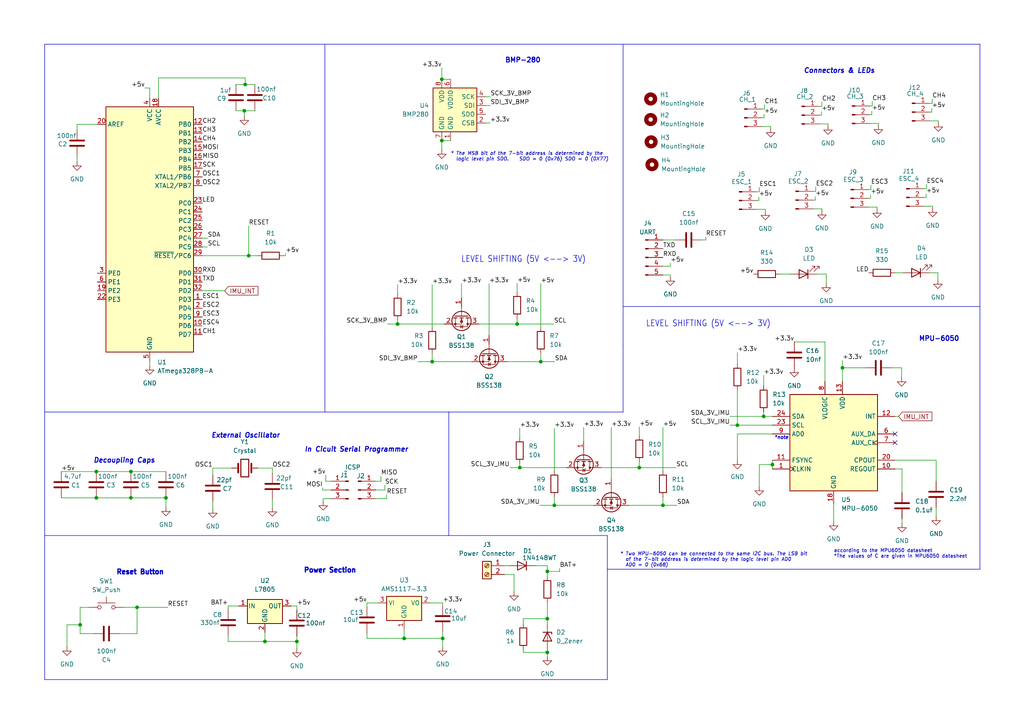
<source format=kicad_sch>
(kicad_sch (version 20230121) (generator eeschema)
  (paper "A4")
  (title_block (title "AVR Flight Controller") (date "2023-11-21") (rev "v1.2"))
  (lib_symbols
    (symbol "Connector:Conn_01x03_Pin" (pin_names (offset 1.016) hide)
      (property "Reference" "J" (at 0 5.08 0))
      (property "Value" "Conn_01x03_Pin" (at 0 -5.08 0))
      (symbol "Conn_01x03_Pin_1_1"
        (pin passive line (at 5.08 2.54 180) (length 3.81) (name "Pin_1") (number "1"))
        (pin passive line (at 5.08 0 180) (length 3.81) (name "Pin_2") (number "2"))
        (pin passive line (at 5.08 -2.54 180) (length 3.81) (name "Pin_3") (number "3"))
      )
    )
    (symbol "Connector:Conn_01x05_Pin" (pin_names (offset 1.016) hide)
      (property "Reference" "J" (at 0 7.62 0))
      (property "Value" "Conn_01x05_Pin" (at 0 -7.62 0))
      (symbol "Conn_01x05_Pin_1_1"
        (pin passive line (at 5.08 5.08 180) (length 3.81) (name "Pin_1") (number "1"))
        (pin passive line (at 5.08 2.54 180) (length 3.81) (name "Pin_2") (number "2"))
        (pin passive line (at 5.08 0 180) (length 3.81) (name "Pin_3") (number "3"))
        (pin passive line (at 5.08 -2.54 180) (length 3.81) (name "Pin_4") (number "4"))
        (pin passive line (at 5.08 -5.08 180) (length 3.81) (name "Pin_5") (number "5"))
      )
    )
    (symbol "Connector:Screw_Terminal_01x02" (pin_names (offset 1.016) hide)
      (property "Reference" "J" (at 0 2.54 0))
      (property "Value" "Screw_Terminal_01x02" (at 0 -5.08 0))
      (symbol "Screw_Terminal_01x02_1_1"
        (pin passive line (at -5.08 0 0) (length 3.81) (name "Pin_1") (number "1"))
        (pin passive line (at -5.08 -2.54 0) (length 3.81) (name "Pin_2") (number "2"))
      )
    )
    (symbol "Device:C" (pin_numbers hide) (pin_names (offset 0.254))
      (property "Reference" "C" (at 0.635 2.54 0))
      (property "Value" "C" (at 0.635 -2.54 0))
      (symbol "C_1_1"
        (pin passive line (at 0 3.81 270) (length 2.794) (name "~") (number "1"))
        (pin passive line (at 0 -3.81 90) (length 2.794) (name "~") (number "2"))
      )
    )
    (symbol "Device:Crystal" (pin_numbers hide) (pin_names (offset 1.016) hide)
      (property "Reference" "Y" (at 0 3.81 0))
      (property "Value" "Crystal" (at 0 -3.81 0))
      (symbol "Crystal_1_1"
        (pin passive line (at -3.81 0 0) (length 1.27) (name "1") (number "1"))
        (pin passive line (at 3.81 0 180) (length 1.27) (name "2") (number "2"))
      )
    )
    (symbol "Device:D_Zener" (pin_numbers hide) (pin_names (offset 1.016) hide)
      (property "Reference" "D" (at 0 2.54 0))
      (property "Value" "D_Zener" (at 0 -2.54 0))
      (symbol "D_Zener_1_1"
        (pin passive line (at -3.81 0 0) (length 2.54) (name "K") (number "1"))
        (pin passive line (at 3.81 0 180) (length 2.54) (name "A") (number "2"))
      )
    )
    (symbol "Device:LED" (pin_numbers hide) (pin_names (offset 1.016) hide)
      (property "Reference" "D" (at 0 2.54 0))
      (property "Value" "LED" (at 0 -2.54 0))
      (symbol "LED_1_1"
        (pin passive line (at -3.81 0 0) (length 2.54) (name "K") (number "1"))
        (pin passive line (at 3.81 0 180) (length 2.54) (name "A") (number "2"))
      )
    )
    (symbol "Device:R" (pin_numbers hide) (pin_names (offset 0))
      (property "Reference" "R" (at 2.032 0 90))
      (property "Value" "R" (at 0 0 90))
      (symbol "R_1_1"
        (pin passive line (at 0 3.81 270) (length 1.27) (name "~") (number "1"))
        (pin passive line (at 0 -3.81 90) (length 1.27) (name "~") (number "2"))
      )
    )
    (symbol "Diode:1N4148WT" (pin_numbers hide) (pin_names hide)
      (property "Reference" "D" (at 0 2.54 0))
      (property "Value" "1N4148WT" (at 0 -2.54 0))
      (symbol "1N4148WT_1_1"
        (pin passive line (at -3.81 0 0) (length 2.54) (name "K") (number "1"))
        (pin passive line (at 3.81 0 180) (length 2.54) (name "A") (number "2"))
      )
    )
    (symbol "MCU_Microchip_ATmega:ATmega328PB-A"
      (property "Reference" "U" (at -12.7 36.83 0))
      (property "Value" "ATmega328PB-A" (at 2.54 -36.83 0))
      (symbol "ATmega328PB-A_1_1"
        (pin bidirectional line (at 15.24 -20.32 180) (length 2.54) (name "PD3") (number "1"))
        (pin bidirectional line (at 15.24 -27.94 180) (length 2.54) (name "PD6") (number "10"))
        (pin bidirectional line (at 15.24 -30.48 180) (length 2.54) (name "PD7") (number "11"))
        (pin bidirectional line (at 15.24 30.48 180) (length 2.54) (name "PB0") (number "12"))
        (pin bidirectional line (at 15.24 27.94 180) (length 2.54) (name "PB1") (number "13"))
        (pin bidirectional line (at 15.24 25.4 180) (length 2.54) (name "PB2") (number "14"))
        (pin bidirectional line (at 15.24 22.86 180) (length 2.54) (name "PB3") (number "15"))
        (pin bidirectional line (at 15.24 20.32 180) (length 2.54) (name "PB4") (number "16"))
        (pin bidirectional line (at 15.24 17.78 180) (length 2.54) (name "PB5") (number "17"))
        (pin power_in line (at 2.54 38.1 270) (length 2.54) (name "AVCC") (number "18"))
        (pin bidirectional line (at -15.24 -17.78 0) (length 2.54) (name "PE2") (number "19"))
        (pin bidirectional line (at 15.24 -22.86 180) (length 2.54) (name "PD4") (number "2"))
        (pin passive line (at -15.24 30.48 0) (length 2.54) (name "AREF") (number "20"))
        (pin passive line (at 0 -38.1 90) (length 2.54) hide (name "GND") (number "21"))
        (pin bidirectional line (at -15.24 -20.32 0) (length 2.54) (name "PE3") (number "22"))
        (pin bidirectional line (at 15.24 7.62 180) (length 2.54) (name "PC0") (number "23"))
        (pin bidirectional line (at 15.24 5.08 180) (length 2.54) (name "PC1") (number "24"))
        (pin bidirectional line (at 15.24 2.54 180) (length 2.54) (name "PC2") (number "25"))
        (pin bidirectional line (at 15.24 0 180) (length 2.54) (name "PC3") (number "26"))
        (pin bidirectional line (at 15.24 -2.54 180) (length 2.54) (name "PC4") (number "27"))
        (pin bidirectional line (at 15.24 -5.08 180) (length 2.54) (name "PC5") (number "28"))
        (pin bidirectional line (at 15.24 -7.62 180) (length 2.54) (name "~{RESET}/PC6") (number "29"))
        (pin bidirectional line (at -15.24 -12.7 0) (length 2.54) (name "PE0") (number "3"))
        (pin bidirectional line (at 15.24 -12.7 180) (length 2.54) (name "PD0") (number "30"))
        (pin bidirectional line (at 15.24 -15.24 180) (length 2.54) (name "PD1") (number "31"))
        (pin bidirectional line (at 15.24 -17.78 180) (length 2.54) (name "PD2") (number "32"))
        (pin power_in line (at 0 38.1 270) (length 2.54) (name "VCC") (number "4"))
        (pin power_in line (at 0 -38.1 90) (length 2.54) (name "GND") (number "5"))
        (pin bidirectional line (at -15.24 -15.24 0) (length 2.54) (name "PE1") (number "6"))
        (pin bidirectional line (at 15.24 15.24 180) (length 2.54) (name "XTAL1/PB6") (number "7"))
        (pin bidirectional line (at 15.24 12.7 180) (length 2.54) (name "XTAL2/PB7") (number "8"))
        (pin bidirectional line (at 15.24 -25.4 180) (length 2.54) (name "PD5") (number "9"))
      )
    )
    (symbol "Mechanical:MountingHole" (pin_names (offset 1.016))
      (property "Reference" "H" (at 0 5.08 0))
      (property "Value" "MountingHole" (at 0 3.175 0))
    )
    (symbol "Regulator_Linear:AMS1117-3.3"
      (property "Reference" "U" (at -3.81 3.175 0))
      (property "Value" "AMS1117-3.3" (at 0 3.175 0))
      (symbol "AMS1117-3.3_1_1"
        (pin power_in line (at 0 -7.62 90) (length 2.54) (name "GND") (number "1"))
        (pin power_out line (at 7.62 0 180) (length 2.54) (name "VO") (number "2"))
        (pin power_in line (at -7.62 0 0) (length 2.54) (name "VI") (number "3"))
      )
    )
    (symbol "Regulator_Linear:L7805" (pin_names (offset 0.254))
      (property "Reference" "U" (at -3.81 3.175 0))
      (property "Value" "L7805" (at 0 3.175 0))
      (symbol "L7805_1_1"
        (pin power_in line (at -7.62 0 0) (length 2.54) (name "IN") (number "1"))
        (pin power_in line (at 0 -7.62 90) (length 2.54) (name "GND") (number "2"))
        (pin power_out line (at 7.62 0 180) (length 2.54) (name "OUT") (number "3"))
      )
    )
    (symbol "Sensor_Motion:MPU-6050"
      (property "Reference" "U" (at -11.43 13.97 0))
      (property "Value" "MPU-6050" (at 7.62 -15.24 0))
      (symbol "MPU-6050_0_0"
        (text "" (at 12.7 -2.54 0) (effects (font (size 1.27 1.27))))
      )
      (symbol "MPU-6050_1_1"
        (pin input clock (at -17.78 -7.62 0) (length 5.08) (name "CLKIN") (number "1"))
        (pin passive line (at 17.78 -7.62 180) (length 5.08) (name "REGOUT") (number "10"))
        (pin input line (at -17.78 -5.08 0) (length 5.08) (name "FSYNC") (number "11"))
        (pin output line (at 17.78 7.62 180) (length 5.08) (name "INT") (number "12"))
        (pin power_in line (at 2.54 17.78 270) (length 3.81) (name "VDD") (number "13"))
        (pin no_connect line (at -12.7 -10.16 0) (length 2.54) hide (name "NC") (number "14"))
        (pin no_connect line (at 12.7 12.7 180) (length 2.54) hide (name "NC") (number "15"))
        (pin no_connect line (at 12.7 10.16 180) (length 2.54) hide (name "NC") (number "16"))
        (pin no_connect line (at 12.7 5.08 180) (length 2.54) hide (name "NC") (number "17"))
        (pin power_in line (at 0 -17.78 90) (length 3.81) (name "GND") (number "18"))
        (pin no_connect line (at 12.7 -10.16 180) (length 2.54) hide (name "RESV") (number "19"))
        (pin no_connect line (at -12.7 12.7 0) (length 2.54) hide (name "NC") (number "2"))
        (pin passive line (at 17.78 -5.08 180) (length 5.08) (name "CPOUT") (number "20"))
        (pin no_connect line (at 12.7 -2.54 180) (length 2.54) hide (name "RESV") (number "21"))
        (pin no_connect line (at 12.7 -12.7 180) (length 2.54) hide (name "RESV") (number "22"))
        (pin input line (at -17.78 5.08 0) (length 5.08) (name "SCL") (number "23"))
        (pin bidirectional line (at -17.78 7.62 0) (length 5.08) (name "SDA") (number "24"))
        (pin no_connect line (at -12.7 10.16 0) (length 2.54) hide (name "NC") (number "3"))
        (pin no_connect line (at -12.7 0 0) (length 2.54) hide (name "NC") (number "4"))
        (pin no_connect line (at -12.7 -2.54 0) (length 2.54) hide (name "NC") (number "5"))
        (pin bidirectional line (at 17.78 2.54 180) (length 5.08) (name "AUX_DA") (number "6"))
        (pin output clock (at 17.78 0 180) (length 5.08) (name "AUX_CL") (number "7"))
        (pin power_in line (at -2.54 17.78 270) (length 3.81) (name "VLOGIC") (number "8"))
        (pin input line (at -17.78 2.54 0) (length 5.08) (name "AD0") (number "9"))
      )
    )
    (symbol "Sensor_Pressure:BMP280"
      (property "Reference" "U" (at -7.62 10.16 0))
      (property "Value" "BMP280" (at 5.08 10.16 0))
      (symbol "BMP280_1_1"
        (pin power_in line (at 0 -7.62 90) (length 2.54) (name "GND") (number "1"))
        (pin input line (at -10.16 -2.54 0) (length 2.54) (name "CSB") (number "2"))
        (pin bidirectional line (at -10.16 2.54 0) (length 2.54) (name "SDI") (number "3"))
        (pin input line (at -10.16 5.08 0) (length 2.54) (name "SCK") (number "4"))
        (pin bidirectional line (at -10.16 0 0) (length 2.54) (name "SDO") (number "5"))
        (pin power_in line (at 0 10.16 270) (length 2.54) (name "VDDIO") (number "6"))
        (pin power_in line (at 2.54 -7.62 90) (length 2.54) (name "GND") (number "7"))
        (pin power_in line (at 2.54 10.16 270) (length 2.54) (name "VDD") (number "8"))
      )
    )
    (symbol "Switch:SW_Push" (pin_numbers hide) (pin_names (offset 1.016) hide)
      (property "Reference" "SW" (at 1.27 2.54 0))
      (property "Value" "SW_Push" (at 0 -1.524 0))
      (symbol "SW_Push_0_1"
        (pin passive line (at -5.08 0 0) (length 2.54) (name "1") (number "1"))
        (pin passive line (at 5.08 0 180) (length 2.54) (name "2") (number "2"))
      )
    )
    (symbol "Transistor_FET:BSS138" (pin_names hide)
      (property "Reference" "Q" (at 5.08 1.905 0))
      (property "Value" "BSS138" (at 5.08 0 0))
      (symbol "BSS138_1_1"
        (pin input line (at -5.08 0 0) (length 2.54) (name "G") (number "1"))
        (pin passive line (at 2.54 -5.08 90) (length 2.54) (name "S") (number "2"))
        (pin passive line (at 2.54 5.08 270) (length 2.54) (name "D") (number "3"))
      )
    )
    (symbol "power:GND" (power) (pin_names (offset 0))
      (property "Value" "GND" (at 0 -3.81 0))
      (symbol "GND_1_1"
        (pin power_in line (at 0 0 270) (length 0) hide (name "GND") (number "1"))
      )
    )
  )
  (junction (at 76.835 186.055))
  (junction (at 160.782 146.558))
  (junction (at 125.349 104.902))
  (junction (at 71.12 24.511))
  (junction (at 221.488 120.777))
  (junction (at 158.75 189.23))
  (junction (at 27.94 144.399))
  (junction (at 70.866 32.131))
  (junction (at 128.143 22.987))
  (junction (at 192.278 146.558))
  (junction (at 128.143 40.767))
  (junction (at 185.42 135.636))
  (junction (at 48.133 144.399))
  (junction (at 117.221 185.166))
  (junction (at 158.75 165.735))
  (junction (at 37.973 136.779))
  (junction (at 150.749 135.636))
  (junction (at 72.136 74.168))
  (junction (at 39.751 176.149))
  (junction (at 128.397 185.166))
  (junction (at 27.94 136.779))
  (junction (at 213.868 123.317))
  (junction (at 23.241 181.229))
  (junction (at 158.75 179.451))
  (junction (at 115.316 93.98))
  (junction (at 149.987 93.98))
  (junction (at 37.973 144.399))
  (junction (at 224.028 134.747))
  (junction (at 86.106 186.055))
  (junction (at 244.348 106.68))
  (junction (at 156.845 104.902))
  (no_connect (at 259.588 128.397))
  (no_connect (at 259.588 125.857))
  (wire (pts (xy 192.278 69.596) (xy 195.961 69.596)))
  (wire (pts (xy 268.605 56.261) (xy 268.605 57.277)))
  (wire (pts (xy 269.494 79.121) (xy 272.034 79.121)))
  (polyline (pts (xy 284.226 165.1) (xy 284.226 12.827)))
  (wire (pts (xy 158.75 164.084) (xy 158.75 165.735)))
  (wire (pts (xy 158.75 179.451) (xy 158.75 180.848)))
  (wire (pts (xy 220.218 55.626) (xy 219.456 55.626)))
  (polyline (pts (xy 180.721 88.9) (xy 284.226 88.9)))
  (wire (pts (xy 240.157 35.941) (xy 240.157 36.449)))
  (wire (pts (xy 219.456 60.706) (xy 221.996 60.706)))
  (wire (pts (xy 86.106 186.055) (xy 86.106 188.087)))
  (wire (pts (xy 155.194 164.084) (xy 158.75 164.084)))
  (wire (pts (xy 270.256 31.496) (xy 270.256 32.512)))
  (wire (pts (xy 211.709 123.317) (xy 213.868 123.317)))
  (wire (pts (xy 252.984 30.734) (xy 252.222 30.734)))
  (wire (pts (xy 221.742 30.353) (xy 221.742 31.623)))
  (wire (pts (xy 23.241 183.769) (xy 27.051 183.769)))
  (wire (pts (xy 236.601 55.499) (xy 235.839 55.499)))
  (wire (pts (xy 128.143 40.767) (xy 128.143 43.434)))
  (wire (pts (xy 192.278 146.558) (xy 196.342 146.558)))
  (wire (pts (xy 17.78 136.779) (xy 27.94 136.779)))
  (wire (pts (xy 128.143 40.767) (xy 130.683 40.767)))
  (wire (pts (xy 185.42 133.985) (xy 185.42 135.636)))
  (wire (pts (xy 78.994 135.763) (xy 78.994 137.287)))
  (wire (pts (xy 177.292 123.952) (xy 177.292 138.938)))
  (wire (pts (xy 60.198 69.088) (xy 58.674 69.088)))
  (wire (pts (xy 156.845 102.489) (xy 156.845 104.902)))
  (wire (pts (xy 142.113 35.687) (xy 140.843 35.687)))
  (wire (pts (xy 23.241 181.229) (xy 23.241 183.769)))
  (wire (pts (xy 268.732 54.737) (xy 267.97 54.737)))
  (wire (pts (xy 149.987 92.329) (xy 149.987 93.98)))
  (wire (pts (xy 252.603 54.991) (xy 251.841 54.991)))
  (wire (pts (xy 19.431 181.229) (xy 19.431 187.579)))
  (wire (pts (xy 141.859 82.296) (xy 141.859 97.282)))
  (wire (pts (xy 162.306 165.735) (xy 158.75 165.735)))
  (wire (pts (xy 66.167 176.784) (xy 66.167 175.768)))
  (wire (pts (xy 72.136 74.168) (xy 74.676 74.168)))
  (wire (pts (xy 124.841 174.879) (xy 128.397 174.879)))
  (wire (pts (xy 160.782 124.206) (xy 160.782 136.525)))
  (wire (pts (xy 271.526 133.477) (xy 271.526 139.573)))
  (wire (pts (xy 115.316 82.55) (xy 115.316 85.217)))
  (wire (pts (xy 23.241 181.229) (xy 19.431 181.229)))
  (polyline (pts (xy 176.149 155.321) (xy 176.149 165.1)))
  (polyline (pts (xy 180.721 12.827) (xy 180.721 100.076)))
  (wire (pts (xy 117.221 182.499) (xy 117.221 185.166)))
  (polyline (pts (xy 130.175 119.507) (xy 180.721 119.507)))
  (wire (pts (xy 142.24 28.067) (xy 140.843 28.067)))
  (wire (pts (xy 270.51 59.817) (xy 270.51 60.325)))
  (wire (pts (xy 27.94 144.399) (xy 37.973 144.399)))
  (wire (pts (xy 192.278 144.145) (xy 192.278 146.558)))
  (wire (pts (xy 221.615 33.147) (xy 221.615 34.163)))
  (wire (pts (xy 220.218 134.747) (xy 220.218 141.097)))
  (wire (pts (xy 82.804 73.533) (xy 82.804 74.168)))
  (wire (pts (xy 45.974 28.448) (xy 45.974 22.606)))
  (wire (pts (xy 34.671 183.769) (xy 39.751 183.769)))
  (wire (pts (xy 142.24 30.607) (xy 140.843 30.607)))
  (wire (pts (xy 133.858 86.36) (xy 133.858 82.296)))
  (wire (pts (xy 128.397 174.879) (xy 128.397 175.641)))
  (wire (pts (xy 221.488 120.777) (xy 211.709 120.777)))
  (wire (pts (xy 108.966 144.653) (xy 112.141 144.653)))
  (wire (pts (xy 235.839 60.579) (xy 238.379 60.579)))
  (wire (pts (xy 106.426 185.166) (xy 106.426 183.642)))
  (wire (pts (xy 204.724 68.707) (xy 204.724 69.596)))
  (wire (pts (xy 93.599 142.113) (xy 93.599 141.478)))
  (wire (pts (xy 86.106 184.531) (xy 86.106 186.055)))
  (wire (pts (xy 37.973 136.779) (xy 48.133 136.779)))
  (polyline (pts (xy 284.226 12.827) (xy 12.954 12.827)))
  (wire (pts (xy 71.12 22.606) (xy 71.12 24.511)))
  (wire (pts (xy 169.291 128.016) (xy 169.291 123.952)))
  (wire (pts (xy 25.781 176.149) (xy 23.241 176.149)))
  (wire (pts (xy 147.828 135.636) (xy 150.749 135.636)))
  (wire (pts (xy 270.383 28.702) (xy 270.383 29.972)))
  (wire (pts (xy 128.397 187.579) (xy 128.397 185.166)))
  (wire (pts (xy 112.141 144.653) (xy 112.141 143.51)))
  (wire (pts (xy 158.75 189.23) (xy 158.75 190.373)))
  (wire (pts (xy 128.143 19.685) (xy 128.143 22.987)))
  (wire (pts (xy 22.352 36.068) (xy 22.352 37.719)))
  (wire (pts (xy 236.474 58.039) (xy 235.839 58.039)))
  (wire (pts (xy 150.749 135.636) (xy 164.211 135.636)))
  (polyline (pts (xy 180.721 119.507) (xy 180.721 100.076)))
  (wire (pts (xy 221.488 120.777) (xy 224.028 120.777)))
  (wire (pts (xy 94.488 139.573) (xy 96.012 139.573)))
  (wire (pts (xy 269.621 35.052) (xy 272.161 35.052)))
  (wire (pts (xy 151.765 179.451) (xy 158.75 179.451)))
  (wire (pts (xy 23.241 176.149) (xy 23.241 181.229)))
  (wire (pts (xy 224.028 133.477) (xy 224.028 134.747)))
  (wire (pts (xy 236.601 54.229) (xy 236.601 55.499)))
  (wire (pts (xy 106.426 174.879) (xy 109.601 174.879)))
  (polyline (pts (xy 12.954 13.335) (xy 12.954 197.104)))
  (wire (pts (xy 151.765 179.451) (xy 151.765 180.848)))
  (wire (pts (xy 194.437 79.756) (xy 194.437 80.264)))
  (wire (pts (xy 194.437 77.216) (xy 192.278 77.216)))
  (wire (pts (xy 185.42 123.825) (xy 185.42 126.365)))
  (wire (pts (xy 252.984 29.464) (xy 252.984 30.734)))
  (wire (pts (xy 221.742 31.623) (xy 220.98 31.623)))
  (wire (pts (xy 68.453 24.511) (xy 71.12 24.511)))
  (wire (pts (xy 182.372 146.558) (xy 192.278 146.558)))
  (wire (pts (xy 192.278 123.952) (xy 192.278 136.525)))
  (wire (pts (xy 185.42 135.636) (xy 196.088 135.636)))
  (wire (pts (xy 61.722 145.415) (xy 61.722 147.574)))
  (wire (pts (xy 223.52 36.703) (xy 223.52 37.211)))
  (wire (pts (xy 272.161 35.052) (xy 272.161 35.56)))
  (wire (pts (xy 72.136 65.532) (xy 72.136 74.168)))
  (wire (pts (xy 244.348 106.68) (xy 250.952 106.68)))
  (polyline (pts (xy 130.175 155.321) (xy 176.149 155.321)))
  (polyline (pts (xy 12.954 197.104) (xy 176.149 197.104)))
  (wire (pts (xy 158.75 189.23) (xy 158.75 188.468)))
  (wire (pts (xy 259.588 79.121) (xy 261.874 79.121)))
  (wire (pts (xy 110.49 139.573) (xy 110.49 138.049)))
  (wire (pts (xy 156.845 82.296) (xy 156.845 94.869)))
  (wire (pts (xy 48.133 144.399) (xy 48.133 147.066)))
  (wire (pts (xy 151.765 189.23) (xy 151.765 188.468)))
  (wire (pts (xy 261.62 136.017) (xy 261.62 142.875)))
  (wire (pts (xy 66.167 186.055) (xy 76.835 186.055)))
  (wire (pts (xy 106.426 176.022) (xy 106.426 174.879)))
  (wire (pts (xy 70.866 32.131) (xy 73.914 32.131)))
  (wire (pts (xy 241.808 146.177) (xy 241.808 151.257)))
  (wire (pts (xy 268.732 53.467) (xy 268.732 54.737)))
  (wire (pts (xy 37.973 144.399) (xy 48.133 144.399)))
  (wire (pts (xy 108.966 142.113) (xy 111.633 142.113)))
  (wire (pts (xy 67.183 135.763) (xy 61.722 135.763)))
  (wire (pts (xy 93.726 144.653) (xy 93.726 145.415)))
  (wire (pts (xy 213.868 123.317) (xy 224.028 123.317)))
  (wire (pts (xy 238.379 30.861) (xy 237.617 30.861)))
  (wire (pts (xy 261.62 150.495) (xy 261.62 151.765)))
  (wire (pts (xy 239.268 110.617) (xy 239.268 99.187)))
  (wire (pts (xy 70.866 32.131) (xy 70.866 33.655)))
  (wire (pts (xy 84.455 175.768) (xy 86.106 175.768)))
  (wire (pts (xy 220.98 36.703) (xy 223.52 36.703)))
  (wire (pts (xy 213.868 113.157) (xy 213.868 123.317)))
  (wire (pts (xy 35.941 176.149) (xy 39.751 176.149)))
  (wire (pts (xy 43.434 25.527) (xy 43.434 28.448)))
  (polyline (pts (xy 12.954 12.827) (xy 12.954 13.335)))
  (polyline (pts (xy 94.234 12.827) (xy 94.234 94.742)))
  (wire (pts (xy 128.143 22.987) (xy 130.683 22.987)))
  (wire (pts (xy 150.749 124.206) (xy 150.749 126.873)))
  (wire (pts (xy 66.167 184.404) (xy 66.167 186.055)))
  (wire (pts (xy 60.198 71.628) (xy 58.674 71.628)))
  (wire (pts (xy 112.395 93.98) (xy 115.316 93.98)))
  (wire (pts (xy 220.218 54.356) (xy 220.218 55.626)))
  (wire (pts (xy 71.12 24.511) (xy 73.914 24.511)))
  (wire (pts (xy 238.379 29.591) (xy 238.379 30.861)))
  (wire (pts (xy 238.379 60.579) (xy 238.379 61.087)))
  (wire (pts (xy 125.349 82.55) (xy 125.349 94.869)))
  (wire (pts (xy 115.316 93.98) (xy 128.778 93.98)))
  (wire (pts (xy 220.091 57.15) (xy 220.091 58.166)))
  (wire (pts (xy 58.674 74.168) (xy 72.136 74.168)))
  (polyline (pts (xy 176.149 197.104) (xy 176.149 165.1)))
  (polyline (pts (xy 130.175 119.507) (xy 130.175 155.321)))
  (wire (pts (xy 220.218 134.747) (xy 224.028 134.747)))
  (wire (pts (xy 259.588 133.477) (xy 271.526 133.477)))
  (wire (pts (xy 42.037 25.527) (xy 43.434 25.527)))
  (wire (pts (xy 230.378 99.187) (xy 239.268 99.187)))
  (wire (pts (xy 258.572 106.68) (xy 261.493 106.68)))
  (wire (pts (xy 160.782 144.145) (xy 160.782 146.558)))
  (wire (pts (xy 254.762 35.814) (xy 254.762 36.322)))
  (wire (pts (xy 111.633 142.113) (xy 111.633 140.716)))
  (wire (pts (xy 76.835 183.388) (xy 76.835 186.055)))
  (wire (pts (xy 94.488 137.795) (xy 94.488 139.573)))
  (wire (pts (xy 27.94 136.779) (xy 37.973 136.779)))
  (wire (pts (xy 121.158 104.902) (xy 125.349 104.902)))
  (wire (pts (xy 125.349 104.902) (xy 136.779 104.902)))
  (wire (pts (xy 244.348 104.521) (xy 244.348 106.68)))
  (wire (pts (xy 115.316 92.837) (xy 115.316 93.98)))
  (wire (pts (xy 128.397 185.166) (xy 128.397 183.261)))
  (wire (pts (xy 252.603 53.721) (xy 252.603 54.991)))
  (wire (pts (xy 151.765 189.23) (xy 158.75 189.23)))
  (wire (pts (xy 270.256 32.512) (xy 269.621 32.512)))
  (wire (pts (xy 138.938 93.98) (xy 149.987 93.98)))
  (polyline (pts (xy 94.234 94.742) (xy 94.234 119.507)))
  (wire (pts (xy 174.371 135.636) (xy 185.42 135.636)))
  (wire (pts (xy 224.028 134.747) (xy 224.028 136.017)))
  (wire (pts (xy 17.78 144.399) (xy 27.94 144.399)))
  (wire (pts (xy 68.453 32.131) (xy 70.866 32.131)))
  (wire (pts (xy 39.751 176.149) (xy 48.641 176.149)))
  (wire (pts (xy 146.304 164.084) (xy 147.574 164.084)))
  (wire (pts (xy 239.649 79.502) (xy 239.649 82.169)))
  (wire (pts (xy 160.782 146.558) (xy 172.212 146.558)))
  (wire (pts (xy 149.987 93.98) (xy 160.655 93.98)))
  (wire (pts (xy 224.028 125.857) (xy 213.868 125.857)))
  (wire (pts (xy 238.252 33.401) (xy 237.617 33.401)))
  (wire (pts (xy 61.722 135.763) (xy 61.722 137.795)))
  (wire (pts (xy 43.434 104.648) (xy 43.434 106.045)))
  (wire (pts (xy 125.349 102.489) (xy 125.349 104.902)))
  (wire (pts (xy 86.106 175.768) (xy 86.106 176.911)))
  (wire (pts (xy 259.588 136.017) (xy 261.62 136.017)))
  (wire (pts (xy 158.75 174.752) (xy 158.75 179.451)))
  (wire (pts (xy 252.222 35.814) (xy 254.762 35.814)))
  (wire (pts (xy 221.488 108.839) (xy 221.488 111.887)))
  (wire (pts (xy 58.674 84.328) (xy 65.151 84.328)))
  (wire (pts (xy 22.352 45.339) (xy 22.352 46.863)))
  (wire (pts (xy 146.304 166.624) (xy 149.098 166.624)))
  (wire (pts (xy 221.488 119.507) (xy 221.488 120.777)))
  (wire (pts (xy 213.868 102.235) (xy 213.868 105.537)))
  (wire (pts (xy 156.591 146.558) (xy 160.782 146.558)))
  (wire (pts (xy 252.857 33.274) (xy 252.222 33.274)))
  (wire (pts (xy 244.348 106.68) (xy 244.348 110.617)))
  (wire (pts (xy 76.835 186.055) (xy 86.106 186.055)))
  (wire (pts (xy 82.804 74.168) (xy 82.296 74.168)))
  (wire (pts (xy 270.383 29.972) (xy 269.621 29.972)))
  (wire (pts (xy 66.167 175.768) (xy 69.215 175.768)))
  (wire (pts (xy 156.845 104.902) (xy 160.909 104.902)))
  (wire (pts (xy 252.857 32.258) (xy 252.857 33.274)))
  (wire (pts (xy 254.381 60.071) (xy 254.381 60.579)))
  (wire (pts (xy 259.588 120.777) (xy 260.604 120.777)))
  (wire (pts (xy 213.868 125.857) (xy 213.868 133.477)))
  (wire (pts (xy 238.252 32.385) (xy 238.252 33.401)))
  (wire (pts (xy 39.751 183.769) (xy 39.751 176.149)))
  (polyline (pts (xy 12.954 155.321) (xy 130.175 155.321)))
  (wire (pts (xy 194.437 76.327) (xy 194.437 77.216)))
  (wire (pts (xy 150.749 134.493) (xy 150.749 135.636)))
  (wire (pts (xy 237.617 35.941) (xy 240.157 35.941)))
  (wire (pts (xy 28.194 36.068) (xy 22.352 36.068)))
  (wire (pts (xy 221.615 34.163) (xy 220.98 34.163)))
  (wire (pts (xy 268.605 57.277) (xy 267.97 57.277)))
  (wire (pts (xy 71.12 22.606) (xy 45.974 22.606)))
  (wire (pts (xy 108.966 139.573) (xy 110.49 139.573)))
  (wire (pts (xy 146.939 104.902) (xy 156.845 104.902)))
  (wire (pts (xy 74.803 135.763) (xy 78.994 135.763)))
  (wire (pts (xy 252.476 56.515) (xy 252.476 57.531)))
  (wire (pts (xy 78.994 144.907) (xy 78.994 147.193)))
  (wire (pts (xy 158.75 165.735) (xy 158.75 167.132)))
  (wire (pts (xy 272.034 79.121) (xy 272.034 81.153)))
  (wire (pts (xy 267.97 59.817) (xy 270.51 59.817)))
  (wire (pts (xy 149.098 166.624) (xy 149.098 171.577)))
  (wire (pts (xy 220.091 58.166) (xy 219.456 58.166)))
  (wire (pts (xy 162.306 164.846) (xy 162.306 165.735)))
  (wire (pts (xy 149.987 82.169) (xy 149.987 84.709)))
  (wire (pts (xy 236.474 57.023) (xy 236.474 58.039)))
  (wire (pts (xy 251.841 60.071) (xy 254.381 60.071)))
  (wire (pts (xy 192.278 79.756) (xy 194.437 79.756)))
  (wire (pts (xy 271.526 147.193) (xy 271.526 149.733)))
  (wire (pts (xy 261.493 106.68) (xy 261.493 109.474)))
  (wire (pts (xy 236.855 79.502) (xy 239.649 79.502)))
  (wire (pts (xy 252.476 57.531) (xy 251.841 57.531)))
  (wire (pts (xy 204.724 69.596) (xy 203.581 69.596)))
  (wire (pts (xy 221.996 60.706) (xy 221.996 61.214)))
  (polyline (pts (xy 176.149 165.1) (xy 284.226 165.1)))
  (polyline (pts (xy 12.954 119.507) (xy 130.175 119.507)))
  (wire (pts (xy 106.426 185.166) (xy 117.221 185.166)))
  (wire (pts (xy 96.012 144.653) (xy 93.726 144.653)))
  (wire (pts (xy 226.187 79.502) (xy 229.235 79.502)))
  (wire (pts (xy 96.012 142.113) (xy 93.599 142.113)))
  (wire (pts (xy 117.221 185.166) (xy 128.397 185.166)))
  (text "according to the MPU6050 datasheet\n*The values of C are given in MPU6050 datasheet" (at 241.808 162.052 0) (effects (font (size 1 1)) (justify left bottom)))
  (text "In Cicuit Serial Programmer\n" (at 88.265 131.318 0) (effects (font (size 1.397 1.397) bold italic) (justify left bottom)))
  (text "* Two MPU-6050 can be connected to the same I2C bus. The LSB bit \n  of the 7-bit address is determined by the logic level pin AD0\n  AD0 = 0 (0x68)" (at 179.832 164.592 0) (effects (font (size 1 1) italic) (justify left bottom)))
  (text "LEVEL SHIFTING (5V <--> 3V)" (at 133.731 76.327 0) (effects (font (size 1.778 1.5113)) (justify left bottom)))
  (text "Connectors & LEDs" (at 233.045 21.463 0) (effects (font (size 1.397 1.397) bold italic) (justify left bottom)))
  (text "External Oscillator" (at 61.214 127.254 0) (effects (font (size 1.397 1.397) bold italic) (justify left bottom)))
  (text "Reset Button\n" (at 33.655 166.878 0) (effects (font (size 1.397 1.397) (thickness 0.5) bold) (justify left bottom)))
  (text "Decoupling Caps" (at 27.051 134.493 0) (effects (font (size 1.397 1.397) bold italic) (justify left bottom)))
  (text "* The MSB bit of the 7-bit address is determined by the\n  logic level pin SDO.    SDO = 0 (0x76) SDO = 0 (0X77)" (at 130.683 46.863 0) (effects (font (size 1 1) italic) (justify left bottom)))
  (text "LEVEL SHIFTING (5V <--> 3V)" (at 187.325 94.996 0) (effects (font (size 1.778 1.5113)) (justify left bottom)))
  (text "BMP-280\n" (at 146.431 18.415 0) (effects (font (size 1.397 1.397) bold) (justify left bottom)))
  (text "*note" (at 224.536 127.635 0) (effects (font (size 1 1) (thickness 0.2) bold italic) (justify left bottom)))
  (text "MPU-6050\n" (at 266.446 99.187 0) (effects (font (size 1.397 1.397) bold) (justify left bottom)))
  (text "Power Section	" (at 88.011 166.37 0) (effects (font (size 1.397 1.397) (thickness 0.5) bold) (justify left bottom)))
  (label "CH3" (at 58.674 38.608 180))
  (label "+5v" (at 268.605 56.261 0))
  (label "+5v" (at 149.987 82.169 0))
  (label "CH2" (at 58.674 36.068 180))
  (label "+5v" (at 106.426 174.879 180))
  (label "+3.3v" (at 221.488 108.839 0))
  (label "CH3" (at 252.984 29.464 0))
  (label "ESC3" (at 58.674 91.948 0))
  (label "TXD" (at 192.278 72.136 0))
  (label "+3.3v" (at 150.749 124.206 0))
  (label "OSC2" (at 58.674 53.848 180))
  (label "SDA" (at 196.342 146.558 0) (effects (font (size 1.2446 1.2446))))
  (label "RESET" (at 72.136 65.532 0))
  (label "+5v" (at 185.42 123.825 0))
  (label "+5v" (at 221.615 33.147 0))
  (label "+3.3v" (at 244.348 104.521 0))
  (label "SCL_3V_IMU" (at 147.828 135.636 180))
  (label "+5v" (at 192.278 123.952 0))
  (label "+5v" (at 94.488 137.795 180))
  (label "+5v" (at 238.252 32.385 0))
  (label "+3.3v" (at 177.292 123.952 0))
  (label "+3.3v" (at 169.291 123.952 0))
  (label "ESC4" (at 58.674 94.488 0))
  (label "+3.3v" (at 141.859 82.296 0))
  (label "SCK" (at 111.633 140.716 0))
  (label "RESET" (at 112.141 143.51 0))
  (label "CH4" (at 58.674 41.148 180))
  (label "MOSI" (at 93.599 141.478 180))
  (label "SCL" (at 160.655 93.98 0) (effects (font (size 1.2446 1.2446))))
  (label "ESC2" (at 58.674 89.408 0))
  (label "BAT+" (at 162.306 164.846 0))
  (label "RXD" (at 192.278 74.676 0))
  (label "SDI_3V_BMP" (at 121.158 104.902 180) (effects (font (size 1.2446 1.2446))))
  (label "+5v" (at 220.091 57.15 0))
  (label "SCK_3V_BMP" (at 142.24 28.067 0) (effects (font (size 1.2446 1.2446))))
  (label "+5v" (at 156.845 82.296 0))
  (label "CH2" (at 238.379 29.591 0))
  (label "SDA" (at 60.198 69.088 0))
  (label "CH4" (at 270.383 28.702 0))
  (label "+3.3v" (at 125.349 82.55 0))
  (label "OSC2" (at 78.994 135.763 180))
  (label "ESC1" (at 220.218 54.356 0))
  (label "+3.3v" (at 115.316 82.55 0))
  (label "MOSI" (at 58.674 43.688 0))
  (label "+5v" (at 194.437 76.327 0))
  (label "ESC1" (at 58.674 86.868 0))
  (label "TXD" (at 58.674 81.788 0))
  (label "+3.3v" (at 230.378 99.187 180))
  (label "BAT+" (at 66.167 175.768 180))
  (label "SCL" (at 196.088 135.636 0) (effects (font (size 1.2446 1.2446))))
  (label "+5v" (at 42.037 25.527 180))
  (label "ESC4" (at 268.732 53.467 0))
  (label "RXD" (at 58.674 79.248 0))
  (label "+3.3v" (at 128.397 174.879 0))
  (label "MISO" (at 58.674 46.228 180))
  (label "SCL_3V_IMU" (at 211.709 123.317 180))
  (label "SDA" (at 160.909 104.902 0) (effects (font (size 1.2446 1.2446))))
  (label "ESC2" (at 236.601 54.229 0))
  (label "SCK_3V_BMP" (at 112.395 93.98 180) (effects (font (size 1.2446 1.2446))))
  (label "+5v" (at 86.106 175.768 0))
  (label "MISO" (at 110.49 138.049 180))
  (label "SCL" (at 60.198 71.628 0))
  (label "SCK" (at 58.674 48.768 0))
  (label "+3.3v" (at 142.113 35.687 0))
  (label "CH1" (at 221.742 30.353 0))
  (label "OSC1" (at 58.674 51.308 0))
  (label "+5v" (at 218.567 79.502 180))
  (label "+3.3v" (at 133.858 82.296 0))
  (label "LED" (at 251.968 79.121 180))
  (label "CH1" (at 58.674 97.028 0))
  (label "SDI_3V_BMP" (at 142.24 30.607 0) (effects (font (size 1.2446 1.2446))))
  (label "+5v" (at 236.474 57.023 0))
  (label "+3.3v" (at 128.143 19.685 180))
  (label "SDA_3V_IMU" (at 211.709 120.777 180))
  (label "+3.3v" (at 213.868 102.235 0))
  (label "+5v" (at 252.476 56.515 0))
  (label "LED" (at 58.674 58.928 0))
  (label "OSC1" (at 61.722 135.763 180))
  (label "+5v" (at 252.857 32.258 0))
  (label "+5v" (at 17.78 136.779 0))
  (label "+5v" (at 82.804 73.533 0))
  (label "ESC3" (at 252.603 53.721 0))
  (label "RESET" (at 204.724 68.707 0))
  (label "RESET" (at 48.641 176.149 0))
  (label "SDA_3V_IMU" (at 156.591 146.558 180))
  (label "+5v" (at 270.256 31.496 0))
  (label "+3.3v" (at 160.782 124.206 0))
  (global_label "IMU_INT" (shape input) (at 260.604 120.777 0) (property "Intersheetrefs" "${INTERSHEET_REFS}" (effects hide)))
  (global_label "IMU_INT" (shape input) (at 65.151 84.328 0) (property "Intersheetrefs" "${INTERSHEET_REFS}" (effects hide)))
  (symbol (lib_id "power:GND") (at 86.106 188.087 0) (unit 1)
    (property "Reference" "#PWR08" (effects hide))
    (property "Value" "GND" (at 86.106 193.167 0))
  )
  (symbol (lib_id "Mechanical:MountingHole") (at 188.849 41.148 0) (unit 1)
    (property "Reference" "H3" (at 191.516 39.878 0) (effects (justify left)))
    (property "Value" "MountingHole" (at 191.516 42.418 0) (effects (justify left)))
    (property "Footprint" "MountingHole:MountingHole_2.2mm_M2_DIN965_Pad_TopBottom" (effects hide))
  )
  (symbol (lib_id "Device:C") (at 86.106 180.721 0) (unit 1)
    (property "Reference" "C12" (at 86.233 178.562 0) (effects (justify left)))
    (property "Value" "100nf" (at 88.646 180.721 0) (effects (justify left)))
    (property "Footprint" "Capacitor_SMD:C_0603_1608Metric_Pad1.08x0.95mm_HandSolder" (effects hide))
  )
  (symbol (lib_id "Sensor_Motion:MPU-6050") (at 241.808 128.397 0) (unit 1)
    (property "Reference" "U5" (at 244.0021 144.907 0) (effects (justify left)))
    (property "Value" "MPU-6050" (at 244.0021 147.447 0) (effects (justify left)))
    (property "Footprint" "Sensor_Motion:InvenSense_QFN-24_4x4mm_P0.5mm" (effects hide))
    (property "Datasheet" "https://invensense.tdk.com/wp-content/uploads/2015/02/MPU-6000-Datasheet1.pdf" (effects hide))
  )
  (symbol (lib_id "power:GND") (at 48.133 147.066 0) (unit 1)
    (property "Reference" "#PWR04" (effects hide))
    (property "Value" "GND" (at 48.133 152.146 0))
  )
  (symbol (lib_id "power:GND") (at 254.381 60.579 0) (unit 1)
    (property "Reference" "#PWR024" (effects hide))
    (property "Value" "GND" (at 254.381 65.659 0))
  )
  (symbol (lib_id "Connector:Conn_01x05_Pin") (at 187.198 74.676 0) (unit 1)
    (property "Reference" "J4" (at 187.833 64.77 0))
    (property "Value" "UART" (at 187.833 67.31 0))
    (property "Footprint" "Connector_PinSocket_2.54mm:PinSocket_1x05_P2.54mm_Vertical" (effects hide))
  )
  (symbol (lib_id "Device:C") (at 128.397 179.451 0) (unit 1)
    (property "Reference" "C14" (at 128.778 177.292 0) (effects (justify left)))
    (property "Value" "10uf" (at 130.81 179.324 0) (effects (justify left)))
    (property "Footprint" "Capacitor_SMD:C_0603_1608Metric_Pad1.08x0.95mm_HandSolder" (effects hide))
  )
  (symbol (lib_id "Transistor_FET:BSS138") (at 177.292 144.018 270) (unit 1)
    (property "Reference" "Q4" (at 177.292 150.876 90))
    (property "Value" "BSS138" (at 177.292 153.416 90))
    (property "Footprint" "Package_TO_SOT_SMD:SOT-23" (effects hide))
    (property "Datasheet" "https://www.onsemi.com/pub/Collateral/BSS138-D.PDF" (effects hide))
  )
  (symbol (lib_id "power:GND") (at 70.866 33.655 0) (unit 1)
    (property "Reference" "#PWR06" (effects hide))
    (property "Value" "GND" (at 70.866 38.735 0))
  )
  (symbol (lib_id "Device:R") (at 149.987 88.519 0) (unit 1)
    (property "Reference" "R4" (at 152.527 87.249 0) (effects (justify left)))
    (property "Value" "10k" (at 152.527 89.789 0) (effects (justify left)))
    (property "Footprint" "Resistor_SMD:R_0603_1608Metric_Pad0.98x0.95mm_HandSolder" (effects hide))
  )
  (symbol (lib_id "MCU_Microchip_ATmega:ATmega328PB-A") (at 43.434 66.548 0) (unit 1)
    (property "Reference" "U1" (at 45.6281 105.029 0) (effects (justify left)))
    (property "Value" "ATmega328PB-A" (at 45.6281 107.569 0) (effects (justify left)))
    (property "Footprint" "Package_QFP:TQFP-32_7x7mm_P0.8mm" (effects hide))
    (property "Datasheet" "http://ww1.microchip.com/downloads/en/DeviceDoc/40001906C.pdf" (effects hide))
  )
  (symbol (lib_id "Device:R") (at 125.349 98.679 0) (mirror y) (unit 1)
    (property "Reference" "R3" (at 122.809 97.409 0) (effects (justify left)))
    (property "Value" "10k" (at 122.809 99.949 0) (effects (justify left)))
    (property "Footprint" "Resistor_SMD:R_0603_1608Metric_Pad0.98x0.95mm_HandSolder" (effects hide))
  )
  (symbol (lib_id "Transistor_FET:BSS138") (at 141.859 102.362 270) (unit 1)
    (property "Reference" "Q2" (at 141.859 109.22 90))
    (property "Value" "BSS138" (at 141.859 111.76 90))
    (property "Footprint" "Package_TO_SOT_SMD:SOT-23" (effects hide))
    (property "Datasheet" "https://www.onsemi.com/pub/Collateral/BSS138-D.PDF" (effects hide))
  )
  (symbol (lib_id "Diode:1N4148WT") (at 151.384 164.084 0) (mirror y) (unit 1)
    (property "Reference" "D1" (at 153.035 159.766 0))
    (property "Value" "1N4148WT" (at 156.464 161.798 0))
    (property "Footprint" "Diode_SMD:D_SOD-523" (effects hide))
    (property "Datasheet" "https://www.diodes.com/assets/Datasheets/ds30396.pdf" (effects hide))
    (property "Sim.Device" "D" (effects hide))
    (property "Sim.Pins" "1=K 2=A" (effects hide))
  )
  (symbol (lib_id "Device:C") (at 48.133 140.589 0) (mirror x) (unit 1)
    (property "Reference" "C6" (at 52.324 140.716 0))
    (property "Value" "100nf" (at 51.435 138.176 0))
    (property "Footprint" "Capacitor_SMD:C_0603_1608Metric_Pad1.08x0.95mm_HandSolder" (effects hide))
  )
  (symbol (lib_id "power:GND") (at 241.808 151.257 0) (unit 1)
    (property "Reference" "#PWR023" (effects hide))
    (property "Value" "GND" (at 241.808 156.337 0))
  )
  (symbol (lib_id "power:GND") (at 61.722 147.574 0) (unit 1)
    (property "Reference" "#PWR05" (effects hide))
    (property "Value" "GND" (at 61.722 152.654 0))
  )
  (symbol (lib_id "Connector:Conn_01x03_Pin") (at 215.9 34.163 0) (unit 1)
    (property "Reference" "J6" (at 216.535 27.051 0))
    (property "Value" "CH_1" (at 216.789 28.829 0))
    (property "Footprint" "Connector_PinSocket_2.54mm:PinSocket_1x03_P2.54mm_Vertical" (effects hide))
  )
  (symbol (lib_id "Device:C") (at 66.167 180.594 0) (unit 1)
    (property "Reference" "C8" (at 61.722 178.308 0) (effects (justify left)))
    (property "Value" "330nf" (at 58.039 180.594 0) (effects (justify left)))
    (property "Footprint" "Capacitor_SMD:C_0603_1608Metric_Pad1.08x0.95mm_HandSolder" (effects hide))
  )
  (symbol (lib_id "Device:R") (at 156.845 98.679 0) (unit 1)
    (property "Reference" "R7" (at 159.385 97.409 0) (effects (justify left)))
    (property "Value" "10k" (at 159.385 99.949 0) (effects (justify left)))
    (property "Footprint" "Resistor_SMD:R_0603_1608Metric_Pad0.98x0.95mm_HandSolder" (effects hide))
  )
  (symbol (lib_id "power:GND") (at 271.526 149.733 0) (unit 1)
    (property "Reference" "#PWR029" (effects hide))
    (property "Value" "GND" (at 271.526 154.813 0))
  )
  (symbol (lib_id "Device:C") (at 61.722 141.605 0) (mirror x) (unit 1)
    (property "Reference" "C7" (at 65.913 141.732 0))
    (property "Value" "22pf" (at 65.024 139.192 0))
    (property "Footprint" "Capacitor_SMD:C_0603_1608Metric_Pad1.08x0.95mm_HandSolder" (effects hide))
  )
  (symbol (lib_id "power:GND") (at 261.493 109.474 0) (unit 1)
    (property "Reference" "#PWR026" (effects hide))
    (property "Value" "GND" (at 261.493 114.554 0))
  )
  (symbol (lib_id "Connector:Conn_01x03_Pin") (at 214.376 58.166 0) (unit 1)
    (property "Reference" "J5" (at 215.011 50.546 0))
    (property "Value" "ESC_1" (at 215.138 52.705 0))
    (property "Footprint" "Connector_PinSocket_2.54mm:PinSocket_1x03_P2.54mm_Vertical" (effects hide))
  )
  (symbol (lib_id "Connector:Conn_01x03_Pin") (at 101.092 142.113 0) (mirror y) (unit 1)
    (property "Reference" "J1" (at 99.822 137.795 0))
    (property "Value" "~" (at 100.33 136.652 0))
    (property "Footprint" "Connector_PinSocket_2.54mm:PinSocket_1x03_P2.54mm_Vertical" (effects hide))
  )
  (symbol (lib_id "Device:R") (at 78.486 74.168 90) (unit 1)
    (property "Reference" "R1" (at 78.486 67.691 90))
    (property "Value" "10k" (at 78.486 70.231 90))
    (property "Footprint" "Resistor_SMD:R_0603_1608Metric_Pad0.98x0.95mm_HandSolder" (effects hide))
  )
  (symbol (lib_id "Device:C") (at 17.78 140.589 0) (mirror x) (unit 1)
    (property "Reference" "C1" (at 21.971 140.716 0))
    (property "Value" "4.7uf" (at 21.082 138.176 0))
    (property "Footprint" "Capacitor_SMD:C_0603_1608Metric_Pad1.08x0.95mm_HandSolder" (effects hide))
  )
  (symbol (lib_id "Transistor_FET:BSS138") (at 169.291 133.096 270) (unit 1)
    (property "Reference" "Q3" (at 169.291 139.319 90))
    (property "Value" "BSS138" (at 169.291 141.859 90))
    (property "Footprint" "Package_TO_SOT_SMD:SOT-23" (effects hide))
    (property "Datasheet" "https://www.onsemi.com/pub/Collateral/BSS138-D.PDF" (effects hide))
  )
  (symbol (lib_id "power:GND") (at 221.996 61.214 0) (unit 1)
    (property "Reference" "#PWR017" (effects hide))
    (property "Value" "GND" (at 221.996 66.294 0))
  )
  (symbol (lib_id "Device:C") (at 199.771 69.596 90) (unit 1)
    (property "Reference" "C15" (at 199.771 61.976 90))
    (property "Value" "100nf" (at 199.771 64.516 90))
    (property "Footprint" "Capacitor_SMD:C_0603_1608Metric_Pad1.08x0.95mm_HandSolder" (effects hide))
  )
  (symbol (lib_id "Device:R") (at 185.42 130.175 0) (unit 1)
    (property "Reference" "R10" (at 187.96 128.905 0) (effects (justify left)))
    (property "Value" "10k" (at 187.96 131.445 0) (effects (justify left)))
    (property "Footprint" "Resistor_SMD:R_0603_1608Metric_Pad0.98x0.95mm_HandSolder" (effects hide))
  )
  (symbol (lib_id "Device:LED") (at 265.684 79.121 180) (unit 1)
    (property "Reference" "D4" (at 267.2715 72.009 0))
    (property "Value" "LED" (at 267.2715 74.549 0))
    (property "Footprint" "LED_SMD:LED_0603_1608Metric_Pad1.05x0.95mm_HandSolder" (effects hide))
  )
  (symbol (lib_id "Mechanical:MountingHole") (at 189.103 47.752 0) (unit 1)
    (property "Reference" "H4" (at 191.77 46.482 0) (effects (justify left)))
    (property "Value" "MountingHole" (at 191.77 49.022 0) (effects (justify left)))
    (property "Footprint" "MountingHole:MountingHole_2.2mm_M2_DIN965_Pad_TopBottom" (effects hide))
  )
  (symbol (lib_id "Device:C") (at 73.914 28.321 0) (mirror x) (unit 1)
    (property "Reference" "C10" (at 78.105 28.448 0))
    (property "Value" "100nf" (at 77.216 25.908 0))
    (property "Footprint" "Capacitor_SMD:C_0603_1608Metric_Pad1.08x0.95mm_HandSolder" (effects hide))
  )
  (symbol (lib_id "Connector:Conn_01x03_Pin") (at 247.142 33.274 0) (unit 1)
    (property "Reference" "J10" (at 247.777 26.162 0))
    (property "Value" "CH_3" (at 248.031 27.94 0))
    (property "Footprint" "Connector_PinSocket_2.54mm:PinSocket_1x03_P2.54mm_Vertical" (effects hide))
  )
  (symbol (lib_id "Connector:Conn_01x03_Pin") (at 246.761 57.531 0) (unit 1)
    (property "Reference" "J9" (at 247.396 49.911 0))
    (property "Value" "ESC_3" (at 247.523 52.07 0))
    (property "Footprint" "Connector_PinSocket_2.54mm:PinSocket_1x03_P2.54mm_Vertical" (effects hide))
  )
  (symbol (lib_id "power:GND") (at 261.62 151.765 0) (unit 1)
    (property "Reference" "#PWR027" (effects hide))
    (property "Value" "GND" (at 261.62 156.845 0))
  )
  (symbol (lib_id "power:GND") (at 78.994 147.193 0) (unit 1)
    (property "Reference" "#PWR07" (effects hide))
    (property "Value" "GND" (at 78.994 152.273 0))
  )
  (symbol (lib_id "Connector:Conn_01x03_Pin") (at 232.537 33.401 0) (unit 1)
    (property "Reference" "J8" (at 233.172 26.289 0))
    (property "Value" "CH_2" (at 233.426 28.067 0))
    (property "Footprint" "Connector_PinSocket_2.54mm:PinSocket_1x03_P2.54mm_Vertical" (effects hide))
  )
  (symbol (lib_id "Device:R") (at 192.278 140.335 0) (unit 1)
    (property "Reference" "R11" (at 194.818 139.065 0) (effects (justify left)))
    (property "Value" "10k" (at 194.818 141.605 0) (effects (justify left)))
    (property "Footprint" "Resistor_SMD:R_0603_1608Metric_Pad0.98x0.95mm_HandSolder" (effects hide))
  )
  (symbol (lib_id "power:GND") (at 230.378 106.807 0) (unit 1)
    (property "Reference" "#PWR019" (effects hide))
    (property "Value" "GND" (at 230.378 111.887 0))
  )
  (symbol (lib_id "Device:R") (at 158.75 170.942 0) (unit 1)
    (property "Reference" "R8" (at 161.29 169.672 0) (effects (justify left)))
    (property "Value" "10k" (at 161.29 172.212 0) (effects (justify left)))
    (property "Footprint" "Resistor_SMD:R_0603_1608Metric_Pad0.98x0.95mm_HandSolder" (effects hide))
  )
  (symbol (lib_id "Device:C") (at 254.762 106.68 90) (unit 1)
    (property "Reference" "C17" (at 254.762 99.568 90))
    (property "Value" "100nf" (at 254.762 102.108 90))
    (property "Footprint" "Capacitor_SMD:C_0603_1608Metric_Pad1.08x0.95mm_HandSolder" (effects hide))
  )
  (symbol (lib_id "power:GND") (at 22.352 46.863 0) (unit 1)
    (property "Reference" "#PWR02" (effects hide))
    (property "Value" "GND" (at 22.352 51.943 0))
  )
  (symbol (lib_id "power:GND") (at 43.434 106.045 0) (unit 1)
    (property "Reference" "#PWR03" (effects hide))
    (property "Value" "GND" (at 43.434 111.125 0))
  )
  (symbol (lib_id "Device:R") (at 221.488 115.697 0) (unit 1)
    (property "Reference" "R13" (at 224.028 114.427 0) (effects (justify left)))
    (property "Value" "10k" (at 224.028 116.967 0) (effects (justify left)))
    (property "Footprint" "Resistor_SMD:R_0603_1608Metric_Pad0.98x0.95mm_HandSolder" (effects hide))
  )
  (symbol (lib_id "Device:C") (at 230.378 102.997 0) (unit 1)
    (property "Reference" "C16" (at 233.68 101.727 0) (effects (justify left)))
    (property "Value" "10nf" (at 233.68 104.267 0) (effects (justify left)))
    (property "Footprint" "Capacitor_SMD:C_0603_1608Metric_Pad1.08x0.95mm_HandSolder" (effects hide))
  )
  (symbol (lib_id "Device:C") (at 78.994 141.097 0) (mirror x) (unit 1)
    (property "Reference" "C11" (at 83.185 141.224 0))
    (property "Value" "22pf" (at 82.296 138.684 0))
    (property "Footprint" "Capacitor_SMD:C_0603_1608Metric_Pad1.08x0.95mm_HandSolder" (effects hide))
  )
  (symbol (lib_id "Regulator_Linear:L7805") (at 76.835 175.768 0) (unit 1)
    (property "Reference" "U2" (at 76.835 168.402 0))
    (property "Value" "L7805" (at 76.835 170.942 0))
    (property "Footprint" "Package_TO_SOT_SMD:TO-252-3_TabPin2" (effects hide))
    (property "Datasheet" "http://www.st.com/content/ccc/resource/technical/document/datasheet/41/4f/b3/b0/12/d4/47/88/CD00000444.pdf/files/CD00000444.pdf/jcr:content/translations/en.CD00000444.pdf" (effects hide))
  )
  (symbol (lib_id "power:GND") (at 239.649 82.169 0) (unit 1)
    (property "Reference" "#PWR021" (effects hide))
    (property "Value" "GND" (at 239.649 87.249 0))
  )
  (symbol (lib_id "Connector:Conn_01x03_Pin") (at 103.886 142.113 0) (unit 1)
    (property "Reference" "J2" (at 104.648 138.049 0))
    (property "Value" "ICSP" (at 102.362 135.509 0))
    (property "Footprint" "Connector_PinSocket_2.54mm:PinSocket_1x03_P2.54mm_Vertical" (effects hide))
  )
  (symbol (lib_id "power:GND") (at 238.379 61.087 0) (unit 1)
    (property "Reference" "#PWR020" (effects hide))
    (property "Value" "GND" (at 238.379 66.167 0))
  )
  (symbol (lib_id "power:GND") (at 272.161 35.56 0) (unit 1)
    (property "Reference" "#PWR031" (effects hide))
    (property "Value" "GND" (at 272.161 40.64 0))
  )
  (symbol (lib_id "power:GND") (at 223.52 37.211 0) (unit 1)
    (property "Reference" "#PWR018" (effects hide))
    (property "Value" "GND" (at 223.52 42.291 0))
  )
  (symbol (lib_id "power:GND") (at 220.218 141.097 0) (unit 1)
    (property "Reference" "#PWR016" (effects hide))
    (property "Value" "GND" (at 220.218 146.177 0))
  )
  (symbol (lib_id "power:GND") (at 158.75 190.373 0) (unit 1)
    (property "Reference" "#PWR013" (effects hide))
    (property "Value" "GND" (at 158.75 195.453 0))
  )
  (symbol (lib_id "Device:R") (at 213.868 109.347 0) (unit 1)
    (property "Reference" "R12" (at 216.408 108.077 0) (effects (justify left)))
    (property "Value" "10k" (at 216.408 110.617 0) (effects (justify left)))
    (property "Footprint" "Resistor_SMD:R_0603_1608Metric_Pad0.98x0.95mm_HandSolder" (effects hide))
  )
  (symbol (lib_id "Connector:Conn_01x03_Pin") (at 230.759 58.039 0) (unit 1)
    (property "Reference" "J7" (at 231.394 50.419 0))
    (property "Value" "ESC_2" (at 231.521 52.578 0))
    (property "Footprint" "Connector_PinSocket_2.54mm:PinSocket_1x03_P2.54mm_Vertical" (effects hide))
  )
  (symbol (lib_id "Sensor_Pressure:BMP280") (at 130.683 33.147 0) (mirror y) (unit 1)
    (property "Reference" "U4" (at 124.46 30.607 0) (effects (justify left)))
    (property "Value" "BMP280" (at 124.46 33.147 0) (effects (justify left)))
    (property "Footprint" "Package_LGA:Bosch_LGA-8_2x2.5mm_P0.65mm_ClockwisePinNumbering" (effects hide))
    (property "Datasheet" "https://ae-bst.resource.bosch.com/media/_tech/media/datasheets/BST-BMP280-DS001.pdf" (effects hide))
  )
  (symbol (lib_id "Device:R") (at 255.778 79.121 90) (unit 1)
    (property "Reference" "R15" (at 255.778 72.771 90))
    (property "Value" "330" (at 255.778 75.311 90))
    (property "Footprint" "Resistor_SMD:R_0603_1608Metric_Pad0.98x0.95mm_HandSolder" (effects hide))
  )
  (symbol (lib_id "Connector:Conn_01x03_Pin") (at 262.89 57.277 0) (unit 1)
    (property "Reference" "J11" (at 263.525 49.657 0))
    (property "Value" "ESC_4" (at 263.652 51.816 0))
    (property "Footprint" "Connector_PinSocket_2.54mm:PinSocket_1x03_P2.54mm_Vertical" (effects hide))
  )
  (symbol (lib_id "Mechanical:MountingHole") (at 188.722 28.702 0) (unit 1)
    (property "Reference" "H1" (at 191.389 27.432 0) (effects (justify left)))
    (property "Value" "MountingHole" (at 191.389 29.972 0) (effects (justify left)))
    (property "Footprint" "MountingHole:MountingHole_2.2mm_M2_DIN965_Pad_TopBottom" (effects hide))
  )
  (symbol (lib_id "Connector:Screw_Terminal_01x02") (at 141.224 164.084 0) (mirror y) (unit 1)
    (property "Reference" "J3" (at 141.224 157.988 0))
    (property "Value" "Power Connector" (at 141.224 160.528 0))
    (property "Footprint" "TerminalBlock_Phoenix:TerminalBlock_Phoenix_MKDS-1,5-2_1x02_P5.00mm_Horizontal" (effects hide))
  )
  (symbol (lib_id "Device:R") (at 150.749 130.683 0) (unit 1)
    (property "Reference" "R5" (at 153.289 129.413 0) (effects (justify left)))
    (property "Value" "10k" (at 153.289 131.953 0) (effects (justify left)))
    (property "Footprint" "Resistor_SMD:R_0603_1608Metric_Pad0.98x0.95mm_HandSolder" (effects hide))
  )
  (symbol (lib_id "Device:C") (at 27.94 140.589 0) (mirror x) (unit 1)
    (property "Reference" "C3" (at 32.131 140.716 0))
    (property "Value" "100nf" (at 31.242 138.176 0))
    (property "Footprint" "Capacitor_SMD:C_0603_1608Metric_Pad1.08x0.95mm_HandSolder" (effects hide))
  )
  (symbol (lib_id "power:GND") (at 128.397 187.579 0) (unit 1)
    (property "Reference" "#PWR011" (effects hide))
    (property "Value" "GND" (at 128.397 192.659 0))
  )
  (symbol (lib_id "Device:C") (at 22.352 41.529 180) (unit 1)
    (property "Reference" "C2" (at 18.161 41.783 0))
    (property "Value" "100nf" (at 19.304 39.37 0))
    (property "Footprint" "Capacitor_SMD:C_0603_1608Metric_Pad1.08x0.95mm_HandSolder" (effects hide))
  )
  (symbol (lib_id "Device:LED") (at 233.045 79.502 180) (unit 1)
    (property "Reference" "D3" (at 234.6325 72.39 0))
    (property "Value" "LED" (at 234.6325 74.93 0))
    (property "Footprint" "LED_SMD:LED_0603_1608Metric_Pad1.05x0.95mm_HandSolder" (effects hide))
  )
  (symbol (lib_id "Device:C") (at 271.526 143.383 0) (unit 1)
    (property "Reference" "C19" (at 275.336 142.113 0) (effects (justify left)))
    (property "Value" "2.2nf" (at 275.336 144.653 0) (effects (justify left)))
    (property "Footprint" "Capacitor_SMD:C_0603_1608Metric_Pad1.08x0.95mm_HandSolder" (effects hide))
  )
  (symbol (lib_id "Regulator_Linear:AMS1117-3.3") (at 117.221 174.879 0) (unit 1)
    (property "Reference" "U3" (at 117.221 168.275 0))
    (property "Value" "AMS1117-3.3" (at 117.221 170.815 0))
    (property "Footprint" "Package_TO_SOT_SMD:SOT-223-3_TabPin2" (effects hide))
    (property "Datasheet" "http://www.advanced-monolithic.com/pdf/ds1117.pdf" (effects hide))
  )
  (symbol (lib_id "Connector:Conn_01x03_Pin") (at 264.541 32.512 0) (unit 1)
    (property "Reference" "J12" (at 265.176 25.4 0))
    (property "Value" "CH_4" (at 265.43 27.178 0))
    (property "Footprint" "Connector_PinSocket_2.54mm:PinSocket_1x03_P2.54mm_Vertical" (effects hide))
  )
  (symbol (lib_id "power:GND") (at 272.034 81.153 0) (unit 1)
    (property "Reference" "#PWR030" (effects hide))
    (property "Value" "GND" (at 272.034 86.233 0))
  )
  (symbol (lib_id "Mechanical:MountingHole") (at 188.722 34.671 0) (unit 1)
    (property "Reference" "H2" (at 191.389 33.401 0) (effects (justify left)))
    (property "Value" "MountingHole" (at 191.389 35.941 0) (effects (justify left)))
    (property "Footprint" "MountingHole:MountingHole_2.2mm_M2_DIN965_Pad_TopBottom" (effects hide))
  )
  (symbol (lib_id "Device:R") (at 151.765 184.658 0) (mirror y) (unit 1)
    (property "Reference" "R6" (at 149.225 183.388 0) (effects (justify left)))
    (property "Value" "1k" (at 149.225 185.928 0) (effects (justify left)))
    (property "Footprint" "Resistor_SMD:R_0603_1608Metric_Pad0.98x0.95mm_HandSolder" (effects hide))
  )
  (symbol (lib_id "Device:R") (at 115.316 89.027 0) (unit 1)
    (property "Reference" "R2" (at 117.856 87.757 0) (effects (justify left)))
    (property "Value" "10k" (at 117.856 90.297 0) (effects (justify left)))
    (property "Footprint" "Resistor_SMD:R_0603_1608Metric_Pad0.98x0.95mm_HandSolder" (effects hide))
  )
  (symbol (lib_id "Transistor_FET:BSS138") (at 133.858 91.44 270) (unit 1)
    (property "Reference" "Q1" (at 133.858 97.663 90))
    (property "Value" "BSS138" (at 133.858 100.203 90))
    (property "Footprint" "Package_TO_SOT_SMD:SOT-23" (effects hide))
    (property "Datasheet" "https://www.onsemi.com/pub/Collateral/BSS138-D.PDF" (effects hide))
  )
  (symbol (lib_id "Device:D_Zener") (at 158.75 184.658 270) (unit 1)
    (property "Reference" "D2" (at 161.29 183.388 90) (effects (justify left)))
    (property "Value" "D_Zener" (at 161.29 185.928 90) (effects (justify left)))
    (property "Footprint" "Diode_SMD:D_SOD-123" (effects hide))
  )
  (symbol (lib_id "Device:R") (at 222.377 79.502 90) (unit 1)
    (property "Reference" "R14" (at 222.377 73.279 90))
    (property "Value" "330" (at 222.377 75.819 90))
    (property "Footprint" "Resistor_SMD:R_0603_1608Metric_Pad0.98x0.95mm_HandSolder" (effects hide))
  )
  (symbol (lib_id "power:GND") (at 213.868 133.477 0) (unit 1)
    (property "Reference" "#PWR015" (effects hide))
    (property "Value" "GND" (at 213.868 138.303 0))
  )
  (symbol (lib_id "Switch:SW_Push") (at 30.861 176.149 0) (unit 1)
    (property "Reference" "SW1" (at 30.861 168.529 0))
    (property "Value" "SW_Push" (at 30.861 171.069 0))
    (property "Footprint" "Button_Switch_SMD:SW_SPST_TL3342" (effects hide))
  )
  (symbol (lib_id "Device:C") (at 30.861 183.769 90) (mirror x) (unit 1)
    (property "Reference" "C4" (at 30.861 191.389 90))
    (property "Value" "100nf" (at 30.861 188.849 90))
    (property "Footprint" "Capacitor_SMD:C_0603_1608Metric_Pad1.08x0.95mm_HandSolder" (effects hide))
  )
  (symbol (lib_id "Device:Crystal") (at 70.993 135.763 0) (unit 1)
    (property "Reference" "Y1" (at 70.993 128.143 0))
    (property "Value" "Crystal" (at 70.993 130.683 0))
    (property "Footprint" "Crystal:Crystal_SMD_5032-2Pin_5.0x3.2mm_HandSoldering" (effects hide))
  )
  (symbol (lib_id "power:GND") (at 254.762 36.322 0) (unit 1)
    (property "Reference" "#PWR025" (effects hide))
    (property "Value" "GND" (at 254.762 41.402 0))
  )
  (symbol (lib_id "Device:C") (at 37.973 140.589 0) (mirror x) (unit 1)
    (property "Reference" "C5" (at 42.164 140.716 0))
    (property "Value" "100nf" (at 41.275 138.176 0))
    (property "Footprint" "Capacitor_SMD:C_0603_1608Metric_Pad1.08x0.95mm_HandSolder" (effects hide))
  )
  (symbol (lib_id "Device:C") (at 68.453 28.321 180) (unit 1)
    (property "Reference" "C9" (at 64.262 28.575 0))
    (property "Value" "1uf" (at 65.405 26.162 0))
    (property "Footprint" "Capacitor_SMD:C_0603_1608Metric_Pad1.08x0.95mm_HandSolder" (effects hide))
  )
  (symbol (lib_id "Device:C") (at 106.426 179.832 0) (unit 1)
    (property "Reference" "C13" (at 101.473 177.673 0) (effects (justify left)))
    (property "Value" "10uf" (at 99.441 179.705 0) (effects (justify left)))
    (property "Footprint" "Capacitor_SMD:C_0603_1608Metric_Pad1.08x0.95mm_HandSolder" (effects hide))
  )
  (symbol (lib_id "power:GND") (at 19.431 187.579 0) (unit 1)
    (property "Reference" "#PWR01" (effects hide))
    (property "Value" "GND" (at 19.431 192.659 0))
  )
  (symbol (lib_id "power:GND") (at 93.726 145.415 0) (unit 1)
    (property "Reference" "#PWR09" (effects hide))
    (property "Value" "GND" (at 93.726 150.495 0))
  )
  (symbol (lib_id "power:GND") (at 240.157 36.449 0) (unit 1)
    (property "Reference" "#PWR022" (effects hide))
    (property "Value" "GND" (at 240.157 41.529 0))
  )
  (symbol (lib_id "power:GND") (at 270.51 60.325 0) (unit 1)
    (property "Reference" "#PWR028" (effects hide))
    (property "Value" "GND" (at 270.51 65.405 0))
  )
  (symbol (lib_id "power:GND") (at 128.143 43.434 0) (unit 1)
    (property "Reference" "#PWR010" (effects hide))
    (property "Value" "GND" (at 128.143 48.514 0))
  )
  (symbol (lib_id "power:GND") (at 149.098 171.577 0) (unit 1)
    (property "Reference" "#PWR012" (effects hide))
    (property "Value" "GND" (at 149.098 176.657 0))
  )
  (symbol (lib_id "Device:C") (at 261.62 146.685 0) (unit 1)
    (property "Reference" "C18" (at 265.43 145.415 0) (effects (justify left)))
    (property "Value" "0.1uf" (at 265.43 147.955 0) (effects (justify left)))
    (property "Footprint" "Capacitor_SMD:C_0603_1608Metric_Pad1.08x0.95mm_HandSolder" (effects hide))
  )
  (symbol (lib_id "Device:R") (at 160.782 140.335 0) (mirror y) (unit 1)
    (property "Reference" "R9" (at 158.242 139.065 0) (effects (justify left)))
    (property "Value" "10k" (at 158.242 141.605 0) (effects (justify left)))
    (property "Footprint" "Resistor_SMD:R_0603_1608Metric_Pad0.98x0.95mm_HandSolder" (effects hide))
  )
  (symbol (lib_id "power:GND") (at 194.437 80.264 0) (unit 1)
    (property "Reference" "#PWR014" (effects hide))
    (property "Value" "GND" (at 194.437 85.344 0))
  )
)
</source>
